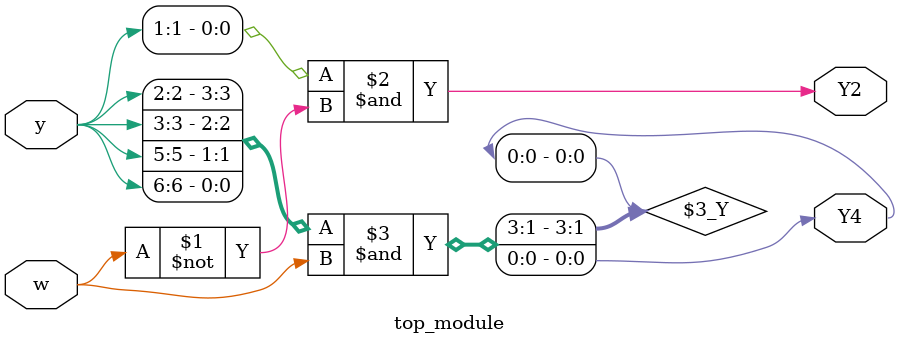
<source format=sv>
module top_module (
	input [6:1] y,
	input w,
	output Y2,
	output Y4
);

	assign Y2 = y[1] & ~w;
	assign Y4 = {y[2], y[3], y[5], y[6]} & w;

endmodule

</source>
